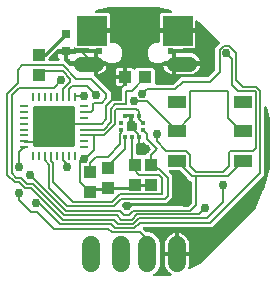
<source format=gbl>
G04 EAGLE Gerber RS-274X export*
G75*
%MOMM*%
%FSLAX34Y34*%
%LPD*%
%INBottom Copper*%
%IPPOS*%
%AMOC8*
5,1,8,0,0,1.08239X$1,22.5*%
G01*
%ADD10R,2.500000X2.500000*%
%ADD11C,1.308000*%
%ADD12R,1.000000X1.075000*%
%ADD13R,0.300000X0.450000*%
%ADD14R,0.450000X0.300000*%
%ADD15R,1.500000X1.000000*%
%ADD16C,1.524000*%
%ADD17R,0.800000X0.800000*%
%ADD18C,0.350000*%
%ADD19R,0.250000X0.800000*%
%ADD20R,0.800000X0.250000*%
%ADD21R,1.075000X1.000000*%
%ADD22C,0.152400*%
%ADD23C,0.756400*%
%ADD24C,0.203200*%
%ADD25C,0.254000*%

G36*
X107699Y229085D02*
X107699Y229085D01*
X107812Y229082D01*
X107841Y229090D01*
X107870Y229091D01*
X107978Y229126D01*
X108087Y229154D01*
X108113Y229169D01*
X108141Y229178D01*
X108205Y229224D01*
X108332Y229299D01*
X108375Y229345D01*
X108414Y229373D01*
X108912Y229871D01*
X114554Y229871D01*
X114612Y229879D01*
X114670Y229877D01*
X114752Y229899D01*
X114836Y229911D01*
X114889Y229934D01*
X114945Y229949D01*
X115018Y229992D01*
X115095Y230027D01*
X115140Y230065D01*
X115190Y230094D01*
X115248Y230156D01*
X115312Y230210D01*
X115344Y230259D01*
X115384Y230302D01*
X115423Y230377D01*
X115470Y230447D01*
X115487Y230503D01*
X115514Y230555D01*
X115525Y230623D01*
X115555Y230718D01*
X115558Y230818D01*
X115569Y230886D01*
X115569Y239068D01*
X116147Y239646D01*
X116165Y239670D01*
X116187Y239689D01*
X116250Y239783D01*
X116318Y239873D01*
X116328Y239901D01*
X116345Y239925D01*
X116379Y240033D01*
X116419Y240139D01*
X116422Y240168D01*
X116430Y240196D01*
X116433Y240310D01*
X116443Y240422D01*
X116437Y240451D01*
X116438Y240480D01*
X116409Y240590D01*
X116387Y240701D01*
X116373Y240727D01*
X116366Y240755D01*
X116308Y240853D01*
X116256Y240953D01*
X116236Y240975D01*
X116221Y241000D01*
X116138Y241077D01*
X116060Y241159D01*
X116035Y241174D01*
X116013Y241194D01*
X115912Y241246D01*
X115815Y241303D01*
X115786Y241310D01*
X115760Y241324D01*
X115683Y241337D01*
X115539Y241373D01*
X115477Y241371D01*
X115429Y241379D01*
X112791Y241379D01*
X112144Y241552D01*
X111565Y241887D01*
X111092Y242360D01*
X110757Y242939D01*
X110584Y243586D01*
X110584Y246889D01*
X116469Y246889D01*
X116469Y242316D01*
X116477Y242258D01*
X116475Y242200D01*
X116497Y242118D01*
X116509Y242034D01*
X116533Y241981D01*
X116547Y241925D01*
X116590Y241852D01*
X116625Y241775D01*
X116663Y241730D01*
X116693Y241680D01*
X116754Y241622D01*
X116809Y241558D01*
X116857Y241526D01*
X116900Y241486D01*
X116975Y241447D01*
X117045Y241400D01*
X117101Y241383D01*
X117153Y241356D01*
X117221Y241345D01*
X117316Y241315D01*
X117416Y241312D01*
X117484Y241301D01*
X119516Y241301D01*
X119574Y241309D01*
X119632Y241307D01*
X119714Y241329D01*
X119797Y241341D01*
X119851Y241364D01*
X119907Y241379D01*
X119980Y241422D01*
X120057Y241457D01*
X120101Y241495D01*
X120152Y241524D01*
X120209Y241586D01*
X120274Y241640D01*
X120306Y241689D01*
X120346Y241732D01*
X120385Y241807D01*
X120431Y241877D01*
X120449Y241933D01*
X120476Y241985D01*
X120487Y242053D01*
X120517Y242148D01*
X120520Y242248D01*
X120531Y242316D01*
X120531Y247904D01*
X120523Y247962D01*
X120524Y248020D01*
X120503Y248102D01*
X120491Y248185D01*
X120467Y248239D01*
X120453Y248295D01*
X120410Y248368D01*
X120375Y248445D01*
X120337Y248489D01*
X120307Y248540D01*
X120246Y248597D01*
X120191Y248662D01*
X120143Y248694D01*
X120100Y248734D01*
X120025Y248773D01*
X119955Y248819D01*
X119899Y248837D01*
X119847Y248864D01*
X119779Y248875D01*
X119684Y248905D01*
X119584Y248908D01*
X119516Y248919D01*
X118499Y248919D01*
X118499Y248921D01*
X119516Y248921D01*
X119574Y248929D01*
X119632Y248928D01*
X119714Y248949D01*
X119797Y248961D01*
X119851Y248985D01*
X119907Y248999D01*
X119980Y249042D01*
X120057Y249077D01*
X120101Y249115D01*
X120152Y249145D01*
X120209Y249206D01*
X120274Y249261D01*
X120306Y249309D01*
X120346Y249352D01*
X120385Y249427D01*
X120431Y249497D01*
X120449Y249553D01*
X120476Y249605D01*
X120487Y249673D01*
X120517Y249768D01*
X120520Y249868D01*
X120531Y249936D01*
X120531Y256461D01*
X124209Y256461D01*
X124856Y256288D01*
X125435Y255953D01*
X125923Y255465D01*
X125970Y255430D01*
X126010Y255388D01*
X126083Y255345D01*
X126150Y255294D01*
X126205Y255273D01*
X126255Y255244D01*
X126337Y255223D01*
X126416Y255193D01*
X126474Y255188D01*
X126531Y255174D01*
X126615Y255177D01*
X126699Y255170D01*
X126756Y255181D01*
X126815Y255183D01*
X126895Y255209D01*
X126978Y255225D01*
X127030Y255252D01*
X127085Y255270D01*
X127142Y255310D01*
X127230Y255356D01*
X127302Y255425D01*
X127359Y255465D01*
X128862Y256969D01*
X142138Y256969D01*
X143924Y255183D01*
X143924Y243586D01*
X143932Y243528D01*
X143930Y243470D01*
X143952Y243388D01*
X143964Y243304D01*
X143987Y243251D01*
X144002Y243195D01*
X144045Y243122D01*
X144080Y243045D01*
X144118Y243000D01*
X144147Y242950D01*
X144209Y242892D01*
X144263Y242828D01*
X144312Y242796D01*
X144355Y242756D01*
X144430Y242717D01*
X144500Y242670D01*
X144556Y242653D01*
X144608Y242626D01*
X144676Y242615D01*
X144771Y242585D01*
X144871Y242582D01*
X144939Y242571D01*
X159291Y242571D01*
X159378Y242583D01*
X159465Y242586D01*
X159518Y242603D01*
X159573Y242611D01*
X159652Y242646D01*
X159736Y242673D01*
X159775Y242701D01*
X159832Y242727D01*
X159945Y242823D01*
X160009Y242868D01*
X166062Y248921D01*
X188501Y248921D01*
X188588Y248933D01*
X188675Y248936D01*
X188728Y248953D01*
X188783Y248961D01*
X188862Y248996D01*
X188946Y249023D01*
X188985Y249051D01*
X189042Y249077D01*
X189155Y249173D01*
X189219Y249218D01*
X194548Y254547D01*
X194600Y254617D01*
X194660Y254681D01*
X194686Y254730D01*
X194719Y254774D01*
X194750Y254856D01*
X194790Y254934D01*
X194798Y254981D01*
X194820Y255040D01*
X194832Y255188D01*
X194845Y255265D01*
X194845Y273227D01*
X198934Y277316D01*
X198969Y277362D01*
X199012Y277403D01*
X199055Y277476D01*
X199105Y277543D01*
X199126Y277598D01*
X199156Y277648D01*
X199176Y277730D01*
X199206Y277809D01*
X199211Y277867D01*
X199226Y277924D01*
X199223Y278008D01*
X199230Y278092D01*
X199218Y278149D01*
X199217Y278208D01*
X199191Y278288D01*
X199174Y278371D01*
X199147Y278423D01*
X199129Y278478D01*
X199089Y278534D01*
X199043Y278623D01*
X198974Y278695D01*
X198934Y278751D01*
X182291Y295395D01*
X182284Y295400D01*
X182279Y295407D01*
X182235Y295437D01*
X182064Y295566D01*
X182028Y295579D01*
X182002Y295597D01*
X179485Y296771D01*
X179354Y296811D01*
X179224Y296852D01*
X179218Y296852D01*
X179213Y296854D01*
X179076Y296856D01*
X178940Y296859D01*
X178934Y296858D01*
X178929Y296858D01*
X178796Y296822D01*
X178665Y296787D01*
X178660Y296785D01*
X178655Y296783D01*
X178537Y296712D01*
X178420Y296642D01*
X178416Y296638D01*
X178412Y296635D01*
X178320Y296535D01*
X178226Y296435D01*
X178223Y296430D01*
X178219Y296426D01*
X178158Y296303D01*
X178096Y296182D01*
X178095Y296177D01*
X178093Y296171D01*
X178042Y295892D01*
X178044Y295869D01*
X178041Y295851D01*
X178041Y290271D01*
X174953Y290271D01*
X174928Y290268D01*
X174904Y290270D01*
X174788Y290248D01*
X174671Y290231D01*
X174649Y290221D01*
X174624Y290217D01*
X174519Y290163D01*
X174412Y290115D01*
X174393Y290099D01*
X174371Y290088D01*
X174285Y290008D01*
X174195Y289931D01*
X174181Y289911D01*
X174163Y289894D01*
X174103Y289793D01*
X174037Y289695D01*
X174030Y289671D01*
X174017Y289650D01*
X173999Y289575D01*
X173951Y289424D01*
X173950Y289367D01*
X173940Y289323D01*
X173853Y288022D01*
X173856Y287985D01*
X173851Y287955D01*
X173851Y287224D01*
X173859Y287166D01*
X173857Y287108D01*
X173879Y287026D01*
X173891Y286943D01*
X173914Y286889D01*
X173929Y286833D01*
X173972Y286760D01*
X174007Y286683D01*
X174045Y286638D01*
X174074Y286588D01*
X174136Y286530D01*
X174190Y286466D01*
X174239Y286434D01*
X174282Y286394D01*
X174357Y286355D01*
X174427Y286309D01*
X174483Y286291D01*
X174535Y286264D01*
X174603Y286253D01*
X174698Y286223D01*
X174798Y286220D01*
X174866Y286209D01*
X178041Y286209D01*
X178041Y275406D01*
X177868Y274759D01*
X177533Y274180D01*
X177060Y273707D01*
X176481Y273372D01*
X175834Y273199D01*
X167518Y273199D01*
X167422Y273186D01*
X167325Y273181D01*
X167287Y273167D01*
X167236Y273159D01*
X167079Y273089D01*
X167010Y273063D01*
X166640Y272849D01*
X159361Y272849D01*
X158990Y273063D01*
X158900Y273100D01*
X158813Y273144D01*
X158774Y273150D01*
X158726Y273170D01*
X158555Y273187D01*
X158482Y273199D01*
X155667Y273199D01*
X155553Y273183D01*
X155439Y273173D01*
X155413Y273163D01*
X155386Y273159D01*
X155281Y273112D01*
X155174Y273071D01*
X155152Y273055D01*
X155126Y273043D01*
X155039Y272969D01*
X154947Y272900D01*
X154930Y272877D01*
X154909Y272860D01*
X154846Y272764D01*
X154777Y272672D01*
X154767Y272646D01*
X154752Y272623D01*
X154717Y272513D01*
X154676Y272406D01*
X154674Y272378D01*
X154666Y272352D01*
X154663Y272237D01*
X154654Y272123D01*
X154659Y272098D01*
X154659Y272068D01*
X154726Y271811D01*
X154729Y271795D01*
X155081Y270947D01*
X155081Y269551D01*
X155097Y269437D01*
X155107Y269323D01*
X155117Y269297D01*
X155121Y269269D01*
X155167Y269165D01*
X155209Y269057D01*
X155225Y269035D01*
X155237Y269010D01*
X155311Y268922D01*
X155380Y268831D01*
X155403Y268814D01*
X155420Y268793D01*
X155516Y268729D01*
X155608Y268660D01*
X155634Y268651D01*
X155657Y268635D01*
X155767Y268601D01*
X155874Y268560D01*
X155902Y268558D01*
X155928Y268549D01*
X156043Y268547D01*
X156157Y268537D01*
X156182Y268543D01*
X156212Y268542D01*
X156469Y268609D01*
X156485Y268613D01*
X157351Y268972D01*
X158001Y269101D01*
X158001Y262239D01*
X152055Y262239D01*
X151968Y262227D01*
X151881Y262224D01*
X151828Y262207D01*
X151773Y262199D01*
X151693Y262164D01*
X151610Y262137D01*
X151571Y262109D01*
X151514Y262083D01*
X151401Y261987D01*
X151383Y261975D01*
X148207Y260659D01*
X144793Y260659D01*
X141639Y261966D01*
X139226Y264379D01*
X137919Y267533D01*
X137919Y270947D01*
X139226Y274101D01*
X141639Y276514D01*
X144793Y277821D01*
X146944Y277821D01*
X147002Y277829D01*
X147060Y277827D01*
X147142Y277849D01*
X147226Y277861D01*
X147279Y277884D01*
X147335Y277899D01*
X147408Y277942D01*
X147485Y277977D01*
X147530Y278015D01*
X147580Y278044D01*
X147638Y278106D01*
X147702Y278160D01*
X147734Y278209D01*
X147774Y278252D01*
X147813Y278327D01*
X147860Y278397D01*
X147877Y278453D01*
X147904Y278505D01*
X147915Y278573D01*
X147945Y278668D01*
X147948Y278768D01*
X147959Y278836D01*
X147959Y286209D01*
X151134Y286209D01*
X151192Y286217D01*
X151250Y286215D01*
X151332Y286237D01*
X151416Y286249D01*
X151469Y286273D01*
X151525Y286287D01*
X151598Y286330D01*
X151675Y286365D01*
X151720Y286403D01*
X151770Y286433D01*
X151828Y286494D01*
X151892Y286549D01*
X151924Y286597D01*
X151964Y286640D01*
X152003Y286715D01*
X152050Y286785D01*
X152067Y286841D01*
X152094Y286893D01*
X152105Y286961D01*
X152135Y287056D01*
X152138Y287156D01*
X152149Y287224D01*
X152149Y287955D01*
X152144Y287992D01*
X152147Y288022D01*
X152060Y289323D01*
X152055Y289348D01*
X152056Y289372D01*
X152026Y289486D01*
X152002Y289602D01*
X151990Y289624D01*
X151984Y289647D01*
X151924Y289749D01*
X151869Y289853D01*
X151851Y289871D01*
X151839Y289892D01*
X151753Y289973D01*
X151671Y290057D01*
X151649Y290069D01*
X151631Y290086D01*
X151526Y290140D01*
X151424Y290199D01*
X151400Y290204D01*
X151378Y290216D01*
X151302Y290228D01*
X151148Y290266D01*
X151091Y290264D01*
X151047Y290271D01*
X147959Y290271D01*
X147959Y301074D01*
X148132Y301721D01*
X148467Y302300D01*
X148940Y302773D01*
X149519Y303108D01*
X150166Y303281D01*
X157604Y303281D01*
X157613Y303282D01*
X157623Y303281D01*
X157754Y303302D01*
X157885Y303321D01*
X157894Y303325D01*
X157904Y303326D01*
X158024Y303383D01*
X158145Y303437D01*
X158152Y303443D01*
X158161Y303447D01*
X158261Y303535D01*
X158362Y303620D01*
X158367Y303629D01*
X158374Y303635D01*
X158446Y303747D01*
X158519Y303857D01*
X158522Y303866D01*
X158527Y303875D01*
X158565Y304002D01*
X158605Y304128D01*
X158605Y304138D01*
X158608Y304147D01*
X158609Y304280D01*
X158612Y304412D01*
X158610Y304422D01*
X158610Y304432D01*
X158574Y304560D01*
X158540Y304687D01*
X158535Y304696D01*
X158533Y304705D01*
X158463Y304818D01*
X158395Y304932D01*
X158388Y304939D01*
X158383Y304947D01*
X158285Y305035D01*
X158188Y305126D01*
X158179Y305131D01*
X158172Y305137D01*
X158121Y305161D01*
X157935Y305256D01*
X157899Y305262D01*
X157866Y305277D01*
X146506Y308321D01*
X146299Y308346D01*
X146243Y308355D01*
X105217Y308355D01*
X105011Y308326D01*
X104954Y308321D01*
X93593Y305277D01*
X93584Y305273D01*
X93575Y305271D01*
X93454Y305217D01*
X93332Y305165D01*
X93324Y305159D01*
X93315Y305155D01*
X93214Y305069D01*
X93111Y304986D01*
X93106Y304978D01*
X93098Y304971D01*
X93025Y304861D01*
X92949Y304752D01*
X92946Y304743D01*
X92941Y304735D01*
X92900Y304608D01*
X92858Y304483D01*
X92858Y304473D01*
X92855Y304464D01*
X92852Y304331D01*
X92846Y304199D01*
X92848Y304189D01*
X92848Y304180D01*
X92881Y304052D01*
X92912Y303923D01*
X92917Y303914D01*
X92920Y303905D01*
X92987Y303791D01*
X93053Y303675D01*
X93060Y303669D01*
X93065Y303660D01*
X93162Y303569D01*
X93256Y303477D01*
X93265Y303472D01*
X93272Y303466D01*
X93390Y303405D01*
X93507Y303343D01*
X93517Y303341D01*
X93525Y303336D01*
X93581Y303327D01*
X93785Y303283D01*
X93821Y303287D01*
X93856Y303281D01*
X103834Y303281D01*
X104481Y303108D01*
X105060Y302773D01*
X105533Y302300D01*
X105868Y301721D01*
X106041Y301074D01*
X106041Y290271D01*
X102866Y290271D01*
X102808Y290263D01*
X102750Y290265D01*
X102668Y290243D01*
X102584Y290231D01*
X102531Y290207D01*
X102475Y290193D01*
X102402Y290150D01*
X102325Y290115D01*
X102280Y290077D01*
X102230Y290047D01*
X102172Y289986D01*
X102108Y289931D01*
X102076Y289883D01*
X102036Y289840D01*
X101997Y289765D01*
X101950Y289695D01*
X101933Y289639D01*
X101906Y289587D01*
X101895Y289519D01*
X101865Y289424D01*
X101862Y289324D01*
X101851Y289256D01*
X101851Y289159D01*
X101861Y289087D01*
X101859Y289033D01*
X101958Y288234D01*
X101887Y287975D01*
X101858Y287750D01*
X101851Y287706D01*
X101851Y287224D01*
X101859Y287166D01*
X101857Y287108D01*
X101879Y287026D01*
X101891Y286943D01*
X101914Y286889D01*
X101929Y286833D01*
X101972Y286760D01*
X102007Y286683D01*
X102045Y286638D01*
X102074Y286588D01*
X102136Y286530D01*
X102190Y286466D01*
X102239Y286434D01*
X102282Y286394D01*
X102357Y286355D01*
X102427Y286309D01*
X102483Y286291D01*
X102535Y286264D01*
X102603Y286253D01*
X102698Y286223D01*
X102798Y286220D01*
X102866Y286209D01*
X106041Y286209D01*
X106041Y278836D01*
X106049Y278778D01*
X106047Y278720D01*
X106069Y278638D01*
X106081Y278554D01*
X106104Y278501D01*
X106119Y278445D01*
X106162Y278372D01*
X106197Y278295D01*
X106235Y278250D01*
X106264Y278200D01*
X106326Y278142D01*
X106380Y278078D01*
X106429Y278046D01*
X106472Y278006D01*
X106547Y277967D01*
X106617Y277920D01*
X106673Y277903D01*
X106725Y277876D01*
X106793Y277865D01*
X106888Y277835D01*
X106988Y277832D01*
X107056Y277821D01*
X109207Y277821D01*
X112361Y276514D01*
X114774Y274101D01*
X116081Y270947D01*
X116081Y267533D01*
X114774Y264379D01*
X112361Y261966D01*
X109207Y260659D01*
X105793Y260659D01*
X102622Y261973D01*
X102593Y261994D01*
X102529Y262054D01*
X102480Y262080D01*
X102436Y262113D01*
X102354Y262144D01*
X102276Y262184D01*
X102229Y262192D01*
X102170Y262214D01*
X102023Y262226D01*
X101945Y262239D01*
X95999Y262239D01*
X95999Y269101D01*
X96649Y268972D01*
X97515Y268613D01*
X97627Y268584D01*
X97736Y268549D01*
X97764Y268549D01*
X97791Y268542D01*
X97905Y268545D01*
X98020Y268542D01*
X98047Y268549D01*
X98075Y268550D01*
X98184Y268585D01*
X98295Y268614D01*
X98319Y268628D01*
X98346Y268637D01*
X98441Y268701D01*
X98540Y268759D01*
X98559Y268779D01*
X98582Y268795D01*
X98656Y268883D01*
X98734Y268967D01*
X98747Y268991D01*
X98765Y269012D01*
X98812Y269118D01*
X98864Y269220D01*
X98868Y269244D01*
X98880Y269272D01*
X98917Y269536D01*
X98919Y269551D01*
X98919Y270947D01*
X99271Y271795D01*
X99299Y271907D01*
X99334Y272016D01*
X99335Y272044D01*
X99342Y272071D01*
X99338Y272185D01*
X99341Y272300D01*
X99334Y272327D01*
X99334Y272355D01*
X99299Y272464D01*
X99270Y272575D01*
X99255Y272599D01*
X99247Y272626D01*
X99183Y272721D01*
X99124Y272820D01*
X99104Y272839D01*
X99089Y272862D01*
X99001Y272936D01*
X98917Y273014D01*
X98892Y273027D01*
X98871Y273045D01*
X98766Y273091D01*
X98664Y273144D01*
X98639Y273148D01*
X98611Y273160D01*
X98348Y273197D01*
X98333Y273199D01*
X94709Y273199D01*
X94675Y273194D01*
X94641Y273197D01*
X94565Y273179D01*
X94428Y273159D01*
X94365Y273131D01*
X94315Y273119D01*
X92973Y272553D01*
X91126Y272784D01*
X90944Y272781D01*
X90874Y272784D01*
X89027Y272553D01*
X87685Y273119D01*
X87652Y273128D01*
X87622Y273144D01*
X87544Y273157D01*
X87411Y273192D01*
X87342Y273191D01*
X87291Y273199D01*
X78166Y273199D01*
X77519Y273372D01*
X76940Y273707D01*
X76854Y273793D01*
X76831Y273811D01*
X76811Y273833D01*
X76717Y273896D01*
X76627Y273964D01*
X76599Y273974D01*
X76575Y273991D01*
X76467Y274025D01*
X76361Y274065D01*
X76332Y274068D01*
X76304Y274076D01*
X76191Y274079D01*
X76078Y274089D01*
X76049Y274083D01*
X76020Y274084D01*
X75910Y274055D01*
X75799Y274033D01*
X75773Y274019D01*
X75745Y274012D01*
X75647Y273954D01*
X75547Y273902D01*
X75525Y273882D01*
X75500Y273867D01*
X75423Y273784D01*
X75341Y273706D01*
X75326Y273681D01*
X75306Y273659D01*
X75254Y273558D01*
X75197Y273461D01*
X75190Y273432D01*
X75176Y273406D01*
X75163Y273329D01*
X75127Y273185D01*
X75129Y273123D01*
X75121Y273075D01*
X75121Y272629D01*
X69564Y272629D01*
X69506Y272621D01*
X69448Y272623D01*
X69366Y272601D01*
X69283Y272589D01*
X69229Y272566D01*
X69173Y272551D01*
X69100Y272508D01*
X69023Y272473D01*
X68979Y272435D01*
X68928Y272406D01*
X68871Y272344D01*
X68806Y272290D01*
X68774Y272241D01*
X68734Y272198D01*
X68695Y272123D01*
X68649Y272053D01*
X68631Y271997D01*
X68604Y271945D01*
X68593Y271877D01*
X68580Y271835D01*
X68571Y271896D01*
X68547Y271949D01*
X68533Y272005D01*
X68489Y272078D01*
X68455Y272155D01*
X68417Y272200D01*
X68387Y272250D01*
X68326Y272308D01*
X68271Y272372D01*
X68223Y272404D01*
X68180Y272444D01*
X68105Y272483D01*
X68035Y272530D01*
X67979Y272547D01*
X67927Y272574D01*
X67859Y272585D01*
X67764Y272615D01*
X67664Y272618D01*
X67596Y272629D01*
X62107Y272629D01*
X62021Y272617D01*
X61933Y272614D01*
X61881Y272597D01*
X61826Y272589D01*
X61746Y272554D01*
X61663Y272527D01*
X61624Y272499D01*
X61567Y272473D01*
X61453Y272377D01*
X61390Y272332D01*
X54066Y265008D01*
X54014Y264939D01*
X53954Y264875D01*
X53928Y264825D01*
X53895Y264781D01*
X53864Y264700D01*
X53824Y264622D01*
X53816Y264574D01*
X53794Y264516D01*
X53782Y264368D01*
X53769Y264291D01*
X53769Y263906D01*
X53777Y263848D01*
X53775Y263790D01*
X53797Y263708D01*
X53809Y263624D01*
X53832Y263571D01*
X53847Y263515D01*
X53890Y263442D01*
X53925Y263365D01*
X53963Y263320D01*
X53992Y263270D01*
X54054Y263212D01*
X54108Y263148D01*
X54157Y263116D01*
X54200Y263076D01*
X54275Y263037D01*
X54345Y262990D01*
X54401Y262973D01*
X54453Y262946D01*
X54521Y262935D01*
X54616Y262905D01*
X54716Y262902D01*
X54784Y262891D01*
X62275Y262891D01*
X62304Y262895D01*
X62333Y262892D01*
X62445Y262915D01*
X62557Y262931D01*
X62583Y262943D01*
X62612Y262948D01*
X62713Y263001D01*
X62816Y263047D01*
X62838Y263066D01*
X62864Y263079D01*
X62947Y263157D01*
X63033Y263230D01*
X63049Y263255D01*
X63071Y263275D01*
X63128Y263373D01*
X63191Y263467D01*
X63199Y263495D01*
X63214Y263520D01*
X63242Y263630D01*
X63276Y263738D01*
X63277Y263768D01*
X63284Y263796D01*
X63281Y263909D01*
X63284Y264022D01*
X63276Y264051D01*
X63275Y264080D01*
X63240Y264188D01*
X63212Y264297D01*
X63197Y264323D01*
X63188Y264351D01*
X63142Y264415D01*
X63067Y264542D01*
X63021Y264585D01*
X62993Y264624D01*
X62547Y265070D01*
X62212Y265649D01*
X62039Y266296D01*
X62039Y268631D01*
X66581Y268631D01*
X66581Y263906D01*
X66589Y263848D01*
X66587Y263790D01*
X66609Y263708D01*
X66621Y263624D01*
X66644Y263571D01*
X66659Y263515D01*
X66702Y263442D01*
X66737Y263365D01*
X66775Y263320D01*
X66804Y263270D01*
X66866Y263212D01*
X66920Y263148D01*
X66969Y263116D01*
X67012Y263076D01*
X67087Y263037D01*
X67157Y262990D01*
X67213Y262973D01*
X67265Y262946D01*
X67333Y262935D01*
X67428Y262905D01*
X67528Y262902D01*
X67596Y262891D01*
X67618Y262891D01*
X71971Y258538D01*
X72041Y258486D01*
X72105Y258426D01*
X72154Y258400D01*
X72198Y258367D01*
X72280Y258336D01*
X72358Y258296D01*
X72406Y258288D01*
X72464Y258266D01*
X72612Y258254D01*
X72689Y258241D01*
X92001Y258241D01*
X92001Y251629D01*
X92013Y251542D01*
X92016Y251455D01*
X92033Y251402D01*
X92041Y251348D01*
X92076Y251268D01*
X92103Y251184D01*
X92131Y251145D01*
X92157Y251088D01*
X92253Y250975D01*
X92298Y250911D01*
X106681Y236528D01*
X106681Y230091D01*
X106685Y230062D01*
X106682Y230033D01*
X106705Y229922D01*
X106721Y229809D01*
X106733Y229783D01*
X106738Y229754D01*
X106791Y229653D01*
X106837Y229550D01*
X106856Y229528D01*
X106869Y229502D01*
X106947Y229419D01*
X107020Y229333D01*
X107045Y229317D01*
X107065Y229295D01*
X107163Y229238D01*
X107257Y229175D01*
X107285Y229167D01*
X107310Y229152D01*
X107420Y229124D01*
X107528Y229090D01*
X107558Y229089D01*
X107586Y229082D01*
X107699Y229085D01*
G37*
G36*
X155929Y80294D02*
X155929Y80294D01*
X155985Y80299D01*
X157401Y80679D01*
X157453Y80701D01*
X157507Y80713D01*
X157583Y80756D01*
X157663Y80790D01*
X157706Y80825D01*
X157755Y80853D01*
X157816Y80915D01*
X157883Y80969D01*
X157915Y81015D01*
X157954Y81055D01*
X157996Y81132D01*
X158045Y81203D01*
X158063Y81256D01*
X158090Y81305D01*
X158109Y81390D01*
X158136Y81472D01*
X158139Y81528D01*
X158151Y81583D01*
X158145Y81670D01*
X158149Y81756D01*
X158136Y81811D01*
X158132Y81867D01*
X158103Y81948D01*
X158083Y82033D01*
X158055Y82081D01*
X158036Y82134D01*
X157985Y82204D01*
X157942Y82280D01*
X157902Y82319D01*
X157869Y82364D01*
X157813Y82406D01*
X157738Y82478D01*
X157653Y82524D01*
X157599Y82564D01*
X157235Y82750D01*
X155941Y83690D01*
X154810Y84821D01*
X153870Y86115D01*
X153144Y87540D01*
X152649Y89061D01*
X152399Y90640D01*
X152399Y97029D01*
X161544Y97029D01*
X161602Y97037D01*
X161660Y97035D01*
X161742Y97057D01*
X161825Y97069D01*
X161879Y97093D01*
X161935Y97107D01*
X162008Y97150D01*
X162085Y97185D01*
X162129Y97223D01*
X162180Y97253D01*
X162237Y97314D01*
X162302Y97369D01*
X162334Y97417D01*
X162374Y97460D01*
X162413Y97535D01*
X162459Y97605D01*
X162477Y97661D01*
X162504Y97713D01*
X162515Y97781D01*
X162545Y97876D01*
X162548Y97976D01*
X162559Y98044D01*
X162559Y99061D01*
X162561Y99061D01*
X162561Y98044D01*
X162569Y97986D01*
X162568Y97928D01*
X162589Y97846D01*
X162601Y97763D01*
X162625Y97709D01*
X162639Y97653D01*
X162682Y97580D01*
X162717Y97503D01*
X162755Y97458D01*
X162785Y97408D01*
X162846Y97350D01*
X162901Y97286D01*
X162949Y97254D01*
X162992Y97214D01*
X163067Y97175D01*
X163137Y97129D01*
X163193Y97111D01*
X163245Y97084D01*
X163313Y97073D01*
X163408Y97043D01*
X163508Y97040D01*
X163576Y97029D01*
X172721Y97029D01*
X172721Y90640D01*
X172471Y89061D01*
X172035Y87719D01*
X172033Y87708D01*
X172028Y87698D01*
X172008Y87568D01*
X171986Y87439D01*
X171987Y87428D01*
X171985Y87416D01*
X172002Y87287D01*
X172016Y87157D01*
X172020Y87146D01*
X172022Y87135D01*
X172074Y87014D01*
X172124Y86894D01*
X172131Y86885D01*
X172135Y86874D01*
X172219Y86773D01*
X172300Y86671D01*
X172309Y86664D01*
X172317Y86655D01*
X172424Y86582D01*
X172531Y86505D01*
X172542Y86501D01*
X172552Y86495D01*
X172676Y86454D01*
X172799Y86410D01*
X172811Y86410D01*
X172822Y86406D01*
X172953Y86401D01*
X173083Y86394D01*
X173094Y86396D01*
X173106Y86396D01*
X173165Y86412D01*
X173360Y86456D01*
X173397Y86477D01*
X173429Y86485D01*
X182002Y90483D01*
X182010Y90488D01*
X182018Y90491D01*
X182061Y90521D01*
X182136Y90570D01*
X182143Y90573D01*
X182151Y90580D01*
X182241Y90638D01*
X182266Y90667D01*
X182291Y90685D01*
X228085Y136479D01*
X228090Y136486D01*
X228097Y136491D01*
X228127Y136535D01*
X228256Y136706D01*
X228269Y136742D01*
X228287Y136768D01*
X235802Y152883D01*
X235832Y152984D01*
X235862Y153049D01*
X241011Y172264D01*
X241036Y172471D01*
X241045Y172527D01*
X241045Y213553D01*
X241016Y213759D01*
X241011Y213816D01*
X238471Y223296D01*
X238467Y223305D01*
X238465Y223314D01*
X238411Y223435D01*
X238359Y223557D01*
X238353Y223565D01*
X238349Y223574D01*
X238263Y223675D01*
X238180Y223778D01*
X238172Y223783D01*
X238165Y223791D01*
X238055Y223864D01*
X237946Y223940D01*
X237937Y223943D01*
X237929Y223948D01*
X237802Y223989D01*
X237677Y224031D01*
X237667Y224031D01*
X237658Y224034D01*
X237525Y224037D01*
X237393Y224043D01*
X237383Y224041D01*
X237374Y224041D01*
X237246Y224008D01*
X237117Y223977D01*
X237108Y223972D01*
X237099Y223970D01*
X236985Y223902D01*
X236869Y223836D01*
X236863Y223829D01*
X236854Y223824D01*
X236763Y223727D01*
X236671Y223633D01*
X236666Y223624D01*
X236660Y223617D01*
X236599Y223499D01*
X236537Y223382D01*
X236535Y223373D01*
X236530Y223364D01*
X236521Y223308D01*
X236477Y223104D01*
X236481Y223068D01*
X236475Y223033D01*
X236475Y166316D01*
X192078Y121919D01*
X134841Y121919D01*
X134812Y121915D01*
X134783Y121918D01*
X134672Y121895D01*
X134559Y121879D01*
X134533Y121867D01*
X134504Y121862D01*
X134403Y121809D01*
X134300Y121763D01*
X134278Y121744D01*
X134252Y121731D01*
X134169Y121653D01*
X134083Y121580D01*
X134067Y121555D01*
X134045Y121535D01*
X133988Y121437D01*
X133925Y121343D01*
X133917Y121315D01*
X133902Y121290D01*
X133874Y121180D01*
X133840Y121072D01*
X133839Y121042D01*
X133832Y121014D01*
X133835Y120901D01*
X133832Y120788D01*
X133840Y120759D01*
X133841Y120730D01*
X133876Y120622D01*
X133904Y120513D01*
X133919Y120487D01*
X133928Y120459D01*
X133974Y120395D01*
X134049Y120268D01*
X134076Y120243D01*
X134079Y120239D01*
X134099Y120220D01*
X134123Y120186D01*
X135553Y118756D01*
X136663Y117646D01*
X136733Y117594D01*
X136797Y117534D01*
X136846Y117508D01*
X136890Y117475D01*
X136972Y117444D01*
X137050Y117404D01*
X137097Y117396D01*
X137156Y117374D01*
X137304Y117362D01*
X137381Y117349D01*
X139282Y117349D01*
X143203Y115724D01*
X146204Y112723D01*
X147829Y108802D01*
X147829Y89318D01*
X146204Y85397D01*
X143203Y82396D01*
X142775Y82218D01*
X142701Y82174D01*
X142622Y82139D01*
X142579Y82102D01*
X142530Y82074D01*
X142471Y82011D01*
X142405Y81956D01*
X142374Y81908D01*
X142335Y81867D01*
X142295Y81790D01*
X142248Y81719D01*
X142231Y81665D01*
X142205Y81614D01*
X142188Y81530D01*
X142162Y81448D01*
X142161Y81391D01*
X142150Y81335D01*
X142157Y81250D01*
X142155Y81164D01*
X142169Y81109D01*
X142174Y81052D01*
X142205Y80972D01*
X142227Y80889D01*
X142256Y80840D01*
X142276Y80787D01*
X142328Y80718D01*
X142372Y80644D01*
X142413Y80605D01*
X142448Y80560D01*
X142516Y80508D01*
X142579Y80450D01*
X142630Y80424D01*
X142675Y80390D01*
X142756Y80359D01*
X142832Y80320D01*
X142881Y80312D01*
X142941Y80289D01*
X143086Y80278D01*
X143163Y80265D01*
X155723Y80265D01*
X155929Y80294D01*
G37*
G36*
X120131Y135998D02*
X120131Y135998D01*
X120189Y136000D01*
X120269Y136026D01*
X120352Y136042D01*
X120404Y136069D01*
X120460Y136087D01*
X120516Y136127D01*
X120604Y136173D01*
X120677Y136242D01*
X120733Y136282D01*
X124152Y139701D01*
X171991Y139701D01*
X172078Y139713D01*
X172165Y139716D01*
X172218Y139733D01*
X172273Y139741D01*
X172352Y139776D01*
X172436Y139803D01*
X172475Y139831D01*
X172532Y139857D01*
X172645Y139953D01*
X172709Y139998D01*
X174962Y142251D01*
X175014Y142321D01*
X175074Y142385D01*
X175100Y142434D01*
X175133Y142478D01*
X175164Y142560D01*
X175204Y142638D01*
X175212Y142685D01*
X175234Y142744D01*
X175246Y142892D01*
X175259Y142969D01*
X175259Y158932D01*
X175247Y159018D01*
X175244Y159106D01*
X175227Y159158D01*
X175219Y159213D01*
X175184Y159293D01*
X175157Y159376D01*
X175129Y159416D01*
X175103Y159473D01*
X175007Y159586D01*
X175005Y159589D01*
X175005Y160020D01*
X174997Y160078D01*
X174999Y160136D01*
X174977Y160218D01*
X174965Y160302D01*
X174942Y160355D01*
X174927Y160411D01*
X174884Y160484D01*
X174849Y160561D01*
X174811Y160606D01*
X174782Y160656D01*
X174720Y160714D01*
X174666Y160778D01*
X174617Y160810D01*
X174574Y160850D01*
X174499Y160889D01*
X174429Y160936D01*
X174373Y160953D01*
X174321Y160980D01*
X174253Y160991D01*
X174158Y161021D01*
X174058Y161024D01*
X173990Y161035D01*
X173916Y161035D01*
X171238Y163714D01*
X165098Y169854D01*
X165028Y169906D01*
X164964Y169966D01*
X164915Y169992D01*
X164871Y170025D01*
X164789Y170056D01*
X164711Y170096D01*
X164663Y170104D01*
X164605Y170126D01*
X164457Y170138D01*
X164380Y170151D01*
X156459Y170151D01*
X156430Y170147D01*
X156401Y170150D01*
X156290Y170127D01*
X156177Y170111D01*
X156151Y170099D01*
X156122Y170094D01*
X156021Y170041D01*
X155918Y169995D01*
X155896Y169976D01*
X155870Y169963D01*
X155787Y169885D01*
X155701Y169812D01*
X155685Y169787D01*
X155663Y169767D01*
X155606Y169669D01*
X155543Y169575D01*
X155535Y169547D01*
X155520Y169522D01*
X155492Y169412D01*
X155458Y169304D01*
X155457Y169274D01*
X155450Y169246D01*
X155453Y169133D01*
X155450Y169020D01*
X155458Y168991D01*
X155459Y168962D01*
X155494Y168854D01*
X155522Y168745D01*
X155537Y168719D01*
X155546Y168691D01*
X155592Y168628D01*
X155667Y168500D01*
X155713Y168457D01*
X155741Y168418D01*
X158751Y165408D01*
X158751Y147012D01*
X156221Y144482D01*
X153978Y142239D01*
X117569Y142239D01*
X117482Y142227D01*
X117395Y142224D01*
X117342Y142207D01*
X117287Y142199D01*
X117208Y142164D01*
X117124Y142137D01*
X117085Y142109D01*
X117028Y142083D01*
X116915Y141987D01*
X116851Y141942D01*
X115962Y141053D01*
X115927Y141006D01*
X115885Y140966D01*
X115842Y140893D01*
X115791Y140826D01*
X115770Y140771D01*
X115741Y140721D01*
X115720Y140639D01*
X115690Y140560D01*
X115685Y140502D01*
X115671Y140445D01*
X115673Y140361D01*
X115666Y140277D01*
X115678Y140219D01*
X115680Y140161D01*
X115706Y140081D01*
X115722Y139998D01*
X115749Y139946D01*
X115767Y139890D01*
X115807Y139834D01*
X115853Y139746D01*
X115922Y139673D01*
X115962Y139617D01*
X119297Y136282D01*
X119344Y136247D01*
X119384Y136205D01*
X119457Y136162D01*
X119524Y136111D01*
X119579Y136090D01*
X119629Y136061D01*
X119711Y136040D01*
X119790Y136010D01*
X119848Y136005D01*
X119905Y135991D01*
X119989Y135993D01*
X120073Y135986D01*
X120131Y135998D01*
G37*
%LPC*%
G36*
X72059Y262239D02*
X72059Y262239D01*
X72186Y262876D01*
X72187Y262891D01*
X72191Y262906D01*
X72194Y263033D01*
X72202Y263160D01*
X72198Y263175D01*
X72199Y263190D01*
X72167Y263313D01*
X72138Y263437D01*
X72131Y263451D01*
X72127Y263465D01*
X72062Y263574D01*
X72000Y263686D01*
X71989Y263696D01*
X71981Y263710D01*
X71889Y263797D01*
X71799Y263886D01*
X71785Y263894D01*
X71774Y263904D01*
X71661Y263962D01*
X71550Y264023D01*
X71535Y264027D01*
X71521Y264034D01*
X71453Y264045D01*
X71273Y264086D01*
X71226Y264083D01*
X71190Y264089D01*
X70579Y264089D01*
X70579Y268631D01*
X75289Y268631D01*
X75326Y268587D01*
X75367Y268523D01*
X75404Y268490D01*
X75422Y268467D01*
X75437Y268456D01*
X75460Y268428D01*
X75524Y268386D01*
X75581Y268336D01*
X75625Y268315D01*
X75650Y268297D01*
X75668Y268290D01*
X75697Y268270D01*
X75769Y268247D01*
X75838Y268215D01*
X75885Y268208D01*
X75916Y268196D01*
X75936Y268195D01*
X75968Y268184D01*
X76044Y268183D01*
X76119Y268171D01*
X76164Y268176D01*
X76199Y268174D01*
X76219Y268178D01*
X76252Y268177D01*
X76326Y268196D01*
X76401Y268206D01*
X76453Y268230D01*
X76527Y268249D01*
X76530Y268250D01*
X78271Y268972D01*
X80026Y269321D01*
X92001Y269321D01*
X92001Y262239D01*
X72059Y262239D01*
G37*
%LPD*%
%LPC*%
G36*
X161999Y262239D02*
X161999Y262239D01*
X161999Y269321D01*
X173974Y269321D01*
X175729Y268972D01*
X177381Y268287D01*
X178869Y267293D01*
X180133Y266029D01*
X181127Y264541D01*
X181812Y262889D01*
X181941Y262239D01*
X161999Y262239D01*
G37*
%LPD*%
%LPC*%
G36*
X161999Y251159D02*
X161999Y251159D01*
X161999Y258241D01*
X181941Y258241D01*
X181812Y257591D01*
X181127Y255939D01*
X180133Y254451D01*
X178869Y253187D01*
X177381Y252193D01*
X175729Y251508D01*
X173974Y251159D01*
X161999Y251159D01*
G37*
%LPD*%
G36*
X134101Y183005D02*
X134101Y183005D01*
X134159Y183007D01*
X134239Y183033D01*
X134322Y183050D01*
X134374Y183077D01*
X134430Y183095D01*
X134486Y183135D01*
X134574Y183181D01*
X134647Y183249D01*
X134703Y183289D01*
X134707Y183294D01*
X136144Y183294D01*
X136202Y183302D01*
X136260Y183300D01*
X136342Y183322D01*
X136426Y183334D01*
X136479Y183357D01*
X136535Y183372D01*
X136608Y183415D01*
X136685Y183450D01*
X136730Y183488D01*
X136780Y183517D01*
X136838Y183579D01*
X136902Y183633D01*
X136934Y183682D01*
X136974Y183725D01*
X137013Y183800D01*
X137060Y183870D01*
X137077Y183926D01*
X137104Y183978D01*
X137115Y184046D01*
X137145Y184141D01*
X137148Y184241D01*
X137159Y184309D01*
X137159Y184458D01*
X139943Y187242D01*
X139978Y187289D01*
X140020Y187329D01*
X140063Y187402D01*
X140114Y187469D01*
X140135Y187524D01*
X140164Y187574D01*
X140185Y187656D01*
X140215Y187735D01*
X140220Y187793D01*
X140234Y187850D01*
X140232Y187934D01*
X140239Y188018D01*
X140227Y188076D01*
X140225Y188134D01*
X140199Y188214D01*
X140183Y188297D01*
X140156Y188349D01*
X140138Y188405D01*
X140098Y188461D01*
X140052Y188549D01*
X139983Y188622D01*
X139943Y188678D01*
X135025Y193596D01*
X134978Y193631D01*
X134938Y193674D01*
X134865Y193716D01*
X134798Y193767D01*
X134743Y193788D01*
X134692Y193817D01*
X134611Y193838D01*
X134532Y193868D01*
X134474Y193873D01*
X134417Y193887D01*
X134333Y193885D01*
X134249Y193892D01*
X134191Y193880D01*
X134133Y193878D01*
X134053Y193852D01*
X133970Y193836D01*
X133918Y193809D01*
X133862Y193791D01*
X133806Y193751D01*
X133718Y193705D01*
X133645Y193636D01*
X133589Y193596D01*
X133520Y193527D01*
X132941Y193192D01*
X132294Y193019D01*
X131475Y193019D01*
X131475Y197810D01*
X131467Y197868D01*
X131469Y197926D01*
X131447Y198008D01*
X131436Y198091D01*
X131412Y198145D01*
X131397Y198201D01*
X131354Y198274D01*
X131319Y198351D01*
X131282Y198395D01*
X131252Y198445D01*
X131190Y198503D01*
X131136Y198568D01*
X131087Y198600D01*
X131044Y198640D01*
X130969Y198678D01*
X130899Y198725D01*
X130843Y198743D01*
X130791Y198769D01*
X130723Y198781D01*
X130628Y198811D01*
X130528Y198814D01*
X130460Y198825D01*
X130402Y198817D01*
X130344Y198818D01*
X130343Y198818D01*
X130262Y198797D01*
X130178Y198785D01*
X130125Y198761D01*
X130068Y198746D01*
X129996Y198703D01*
X129919Y198669D01*
X129874Y198631D01*
X129824Y198601D01*
X129766Y198540D01*
X129702Y198485D01*
X129670Y198437D01*
X129629Y198394D01*
X129591Y198319D01*
X129544Y198249D01*
X129527Y198193D01*
X129500Y198141D01*
X129489Y198073D01*
X129459Y197978D01*
X129456Y197878D01*
X129445Y197810D01*
X129445Y193019D01*
X129286Y193019D01*
X129228Y193011D01*
X129170Y193013D01*
X129088Y192991D01*
X129004Y192979D01*
X128951Y192956D01*
X128895Y192941D01*
X128822Y192898D01*
X128745Y192863D01*
X128700Y192825D01*
X128650Y192796D01*
X128592Y192734D01*
X128528Y192680D01*
X128496Y192631D01*
X128456Y192588D01*
X128417Y192513D01*
X128370Y192443D01*
X128353Y192387D01*
X128326Y192335D01*
X128315Y192267D01*
X128285Y192172D01*
X128282Y192072D01*
X128271Y192004D01*
X128271Y184309D01*
X128279Y184251D01*
X128277Y184193D01*
X128299Y184111D01*
X128311Y184027D01*
X128334Y183974D01*
X128349Y183918D01*
X128392Y183845D01*
X128427Y183768D01*
X128465Y183723D01*
X128494Y183673D01*
X128556Y183615D01*
X128610Y183551D01*
X128659Y183519D01*
X128702Y183479D01*
X128777Y183440D01*
X128847Y183393D01*
X128903Y183376D01*
X128955Y183349D01*
X129023Y183338D01*
X129118Y183308D01*
X129218Y183305D01*
X129286Y183294D01*
X133263Y183294D01*
X133267Y183289D01*
X133314Y183254D01*
X133354Y183212D01*
X133427Y183169D01*
X133494Y183119D01*
X133549Y183098D01*
X133599Y183068D01*
X133681Y183047D01*
X133760Y183017D01*
X133818Y183012D01*
X133875Y182998D01*
X133959Y183001D01*
X134043Y182994D01*
X134101Y183005D01*
G37*
%LPC*%
G36*
X164591Y101091D02*
X164591Y101091D01*
X164591Y116646D01*
X164939Y116591D01*
X166460Y116096D01*
X167885Y115370D01*
X169179Y114430D01*
X170310Y113299D01*
X171250Y112005D01*
X171976Y110580D01*
X172471Y109059D01*
X172721Y107480D01*
X172721Y101091D01*
X164591Y101091D01*
G37*
%LPD*%
%LPC*%
G36*
X152399Y101091D02*
X152399Y101091D01*
X152399Y107480D01*
X152649Y109059D01*
X153144Y110580D01*
X153870Y112005D01*
X154810Y113299D01*
X155941Y114430D01*
X157235Y115370D01*
X158660Y116096D01*
X160181Y116591D01*
X160529Y116646D01*
X160529Y101091D01*
X152399Y101091D01*
G37*
%LPD*%
G36*
X127404Y203117D02*
X127404Y203117D01*
X127462Y203115D01*
X127544Y203137D01*
X127628Y203149D01*
X127681Y203172D01*
X127737Y203187D01*
X127810Y203230D01*
X127887Y203265D01*
X127932Y203303D01*
X127982Y203332D01*
X128040Y203394D01*
X128104Y203448D01*
X128136Y203497D01*
X128176Y203540D01*
X128215Y203615D01*
X128262Y203685D01*
X128279Y203741D01*
X128306Y203793D01*
X128317Y203861D01*
X128347Y203956D01*
X128350Y204056D01*
X128361Y204124D01*
X128361Y209499D01*
X128349Y209586D01*
X128346Y209673D01*
X128329Y209726D01*
X128321Y209781D01*
X128286Y209860D01*
X128259Y209944D01*
X128231Y209983D01*
X128205Y210040D01*
X128109Y210153D01*
X128064Y210217D01*
X127156Y211125D01*
X127094Y211171D01*
X127039Y211226D01*
X126981Y211256D01*
X126929Y211296D01*
X126857Y211323D01*
X126788Y211360D01*
X126724Y211374D01*
X126663Y211397D01*
X126586Y211403D01*
X126510Y211419D01*
X126457Y211414D01*
X126428Y211419D01*
X126392Y211419D01*
X126380Y211420D01*
X126375Y211419D01*
X125475Y211419D01*
X125475Y216210D01*
X125467Y216268D01*
X125469Y216326D01*
X125447Y216408D01*
X125436Y216491D01*
X125412Y216545D01*
X125397Y216601D01*
X125354Y216674D01*
X125319Y216751D01*
X125282Y216795D01*
X125252Y216845D01*
X125251Y216846D01*
X125190Y216903D01*
X125136Y216968D01*
X125135Y216968D01*
X125087Y217000D01*
X125044Y217040D01*
X124969Y217079D01*
X124899Y217126D01*
X124843Y217143D01*
X124791Y217170D01*
X124723Y217181D01*
X124628Y217211D01*
X124528Y217214D01*
X124460Y217225D01*
X118460Y217225D01*
X118402Y217217D01*
X118344Y217219D01*
X118262Y217197D01*
X118179Y217186D01*
X118125Y217162D01*
X118069Y217147D01*
X117996Y217104D01*
X117919Y217069D01*
X117875Y217032D01*
X117825Y217002D01*
X117767Y216940D01*
X117702Y216886D01*
X117670Y216837D01*
X117630Y216794D01*
X117592Y216719D01*
X117545Y216649D01*
X117527Y216593D01*
X117501Y216541D01*
X117489Y216473D01*
X117459Y216378D01*
X117456Y216278D01*
X117445Y216210D01*
X117453Y216152D01*
X117452Y216094D01*
X117452Y216093D01*
X117473Y216012D01*
X117485Y215928D01*
X117509Y215875D01*
X117524Y215818D01*
X117567Y215746D01*
X117601Y215669D01*
X117639Y215624D01*
X117669Y215574D01*
X117730Y215516D01*
X117785Y215452D01*
X117833Y215420D01*
X117876Y215379D01*
X117951Y215341D01*
X118021Y215294D01*
X118077Y215277D01*
X118129Y215250D01*
X118197Y215239D01*
X118292Y215209D01*
X118392Y215206D01*
X118460Y215195D01*
X123445Y215195D01*
X123445Y211419D01*
X122626Y211419D01*
X121850Y211627D01*
X121849Y211627D01*
X121819Y211639D01*
X121780Y211643D01*
X121742Y211655D01*
X121639Y211658D01*
X121536Y211669D01*
X121497Y211662D01*
X121458Y211663D01*
X121358Y211637D01*
X121257Y211619D01*
X121221Y211601D01*
X121183Y211591D01*
X121094Y211538D01*
X121002Y211493D01*
X120972Y211466D01*
X120938Y211446D01*
X120868Y211370D01*
X120792Y211301D01*
X120771Y211267D01*
X120744Y211238D01*
X120697Y211147D01*
X120643Y211059D01*
X120632Y211021D01*
X120614Y210985D01*
X120601Y210909D01*
X120567Y210785D01*
X120568Y210710D01*
X120559Y210654D01*
X120559Y204124D01*
X120567Y204066D01*
X120565Y204009D01*
X120565Y204008D01*
X120587Y203926D01*
X120599Y203842D01*
X120622Y203789D01*
X120637Y203733D01*
X120680Y203660D01*
X120715Y203583D01*
X120753Y203538D01*
X120782Y203488D01*
X120844Y203430D01*
X120898Y203366D01*
X120947Y203334D01*
X120990Y203294D01*
X121065Y203255D01*
X121135Y203208D01*
X121191Y203191D01*
X121243Y203164D01*
X121311Y203153D01*
X121406Y203123D01*
X121506Y203120D01*
X121574Y203109D01*
X127346Y203109D01*
X127404Y203117D01*
G37*
%LPC*%
G36*
X95999Y258241D02*
X95999Y258241D01*
X102861Y258241D01*
X102732Y257591D01*
X102047Y255939D01*
X101053Y254451D01*
X99789Y253187D01*
X98301Y252193D01*
X96649Y251508D01*
X95999Y251379D01*
X95999Y258241D01*
G37*
%LPD*%
%LPC*%
G36*
X157351Y251508D02*
X157351Y251508D01*
X155699Y252193D01*
X154211Y253187D01*
X152947Y254451D01*
X151953Y255939D01*
X151268Y257591D01*
X151139Y258241D01*
X158001Y258241D01*
X158001Y251379D01*
X157351Y251508D01*
G37*
%LPD*%
%LPC*%
G36*
X110584Y250951D02*
X110584Y250951D01*
X110584Y254254D01*
X110757Y254901D01*
X111092Y255480D01*
X111565Y255953D01*
X112144Y256288D01*
X112791Y256461D01*
X116469Y256461D01*
X116469Y250951D01*
X110584Y250951D01*
G37*
%LPD*%
D10*
X91000Y288240D03*
X163000Y288240D03*
D11*
X160000Y260240D02*
X173080Y260240D01*
X94000Y260240D02*
X80920Y260240D01*
D12*
X104140Y172330D03*
X104140Y155330D03*
X88900Y168520D03*
X88900Y151520D03*
D13*
X124460Y216210D03*
X124460Y197810D03*
X130460Y216210D03*
X118460Y216210D03*
X130460Y197810D03*
X118460Y197810D03*
D14*
X133660Y210010D03*
X115260Y210010D03*
X133660Y204010D03*
X115260Y204010D03*
D15*
X218500Y178200D03*
X218500Y203200D03*
X218500Y228200D03*
X162500Y228200D03*
X162500Y203200D03*
X162500Y178200D03*
D16*
X137160Y106680D02*
X137160Y91440D01*
X162560Y91440D02*
X162560Y106680D01*
X90170Y106680D02*
X90170Y91440D01*
X115570Y91440D02*
X115570Y106680D01*
D12*
X45720Y267580D03*
X45720Y250580D03*
D17*
X68580Y270630D03*
X68580Y285630D03*
D18*
X74170Y222760D02*
X74170Y191260D01*
X42670Y191260D01*
X42670Y222760D01*
X74170Y222760D01*
X74170Y194585D02*
X42670Y194585D01*
X42670Y197910D02*
X74170Y197910D01*
X74170Y201235D02*
X42670Y201235D01*
X42670Y204560D02*
X74170Y204560D01*
X74170Y207885D02*
X42670Y207885D01*
X42670Y211210D02*
X74170Y211210D01*
X74170Y214535D02*
X42670Y214535D01*
X42670Y217860D02*
X74170Y217860D01*
X74170Y221185D02*
X42670Y221185D01*
D19*
X75920Y182010D03*
X70920Y182010D03*
X65920Y182010D03*
X60920Y182010D03*
X55920Y182010D03*
X50920Y182010D03*
X45920Y182010D03*
X40920Y182010D03*
D20*
X33420Y189510D03*
X33420Y194510D03*
X33420Y199510D03*
X33420Y204510D03*
X33420Y209510D03*
X33420Y214510D03*
X33420Y219510D03*
X33420Y224510D03*
D19*
X40920Y232010D03*
X45920Y232010D03*
X50920Y232010D03*
X55920Y232010D03*
X60920Y232010D03*
X65920Y232010D03*
X70920Y232010D03*
X75920Y232010D03*
D20*
X83420Y224510D03*
X83420Y219510D03*
X83420Y214510D03*
X83420Y209510D03*
X83420Y204510D03*
X83420Y199510D03*
X83420Y194510D03*
X83420Y189510D03*
D21*
X135500Y248920D03*
X118500Y248920D03*
D12*
X140970Y174870D03*
X140970Y157870D03*
X127000Y174870D03*
X127000Y157870D03*
D22*
X130460Y197810D02*
X130460Y199740D01*
X123190Y207010D01*
X123190Y214940D01*
X124460Y216210D01*
X118460Y216210D01*
X83420Y209510D02*
X71160Y209510D01*
X71120Y209550D01*
X57150Y209550D01*
X56388Y208788D01*
X41910Y194310D01*
X33620Y194310D01*
X33420Y194510D01*
X105414Y240534D02*
X105417Y240538D01*
X115570Y240538D01*
X116078Y240538D01*
X118500Y242960D02*
X118500Y248920D01*
X118500Y242960D02*
X116078Y240538D01*
X82296Y269748D02*
X68580Y269748D01*
X82296Y269748D02*
X85190Y266854D01*
X68580Y269748D02*
X68580Y270630D01*
X85190Y266854D02*
X94000Y260240D01*
X94488Y260096D02*
X94488Y251460D01*
X105414Y240534D01*
X94488Y260096D02*
X94000Y260240D01*
X56388Y208788D02*
X57912Y207264D01*
X58420Y207010D01*
D23*
X120142Y139700D03*
D22*
X169418Y141478D02*
X170180Y142240D01*
D23*
X170180Y142240D03*
D22*
X121920Y141478D02*
X120142Y139700D01*
X121920Y141478D02*
X169418Y141478D01*
D23*
X68580Y194310D03*
D22*
X83420Y209510D02*
X99020Y209510D01*
X102870Y213360D02*
X102870Y224790D01*
X107950Y229870D01*
X115570Y229870D01*
X115570Y240538D01*
X102870Y213360D02*
X99020Y209510D01*
X130460Y197810D02*
X130460Y193390D01*
X135454Y188396D02*
X136122Y188396D01*
D23*
X136122Y188396D03*
D22*
X135454Y188396D02*
X130460Y193390D01*
D23*
X29210Y151130D03*
D22*
X131445Y117475D02*
X137160Y111760D01*
X137160Y99060D01*
X29210Y144780D02*
X29210Y151130D01*
X107315Y117475D02*
X131445Y117475D01*
X107315Y117475D02*
X104140Y120650D01*
X58420Y120650D01*
X44450Y134620D01*
X39370Y134620D02*
X29210Y144780D01*
X39370Y134620D02*
X44450Y134620D01*
D23*
X145514Y200660D03*
X204470Y269240D03*
D22*
X145514Y200660D02*
X145514Y194846D01*
X153670Y186690D01*
X170180Y186690D01*
X173990Y182880D01*
X173990Y173990D01*
X179070Y168910D01*
X201930Y168910D02*
X207010Y173990D01*
X207010Y185420D02*
X208280Y186690D01*
X227330Y186690D01*
X229870Y189230D01*
X201930Y168910D02*
X179070Y168910D01*
X207010Y173990D02*
X207010Y185420D01*
X209550Y264160D02*
X204470Y269240D01*
X209550Y264160D02*
X209550Y242570D01*
X214630Y237490D01*
X228600Y237490D01*
X229870Y236220D01*
X229870Y189230D01*
D23*
X64770Y246380D03*
D22*
X22860Y233680D02*
X22860Y167640D01*
D23*
X186690Y138430D03*
D22*
X180975Y132715D01*
X111760Y132080D02*
X67310Y132080D01*
X111760Y132080D02*
X115570Y128270D01*
X124460Y128270D01*
X128905Y132715D02*
X180975Y132715D01*
X128905Y132715D02*
X124460Y128270D01*
X58420Y240030D02*
X64770Y246380D01*
X29210Y240030D02*
X22860Y233680D01*
X29210Y240030D02*
X58420Y240030D01*
X22860Y167640D02*
X26670Y163830D01*
X30480Y163830D01*
X35560Y158750D01*
X40640Y158750D02*
X67310Y132080D01*
X40640Y158750D02*
X35560Y158750D01*
X76200Y233172D02*
X83566Y233172D01*
X76200Y233172D02*
X75920Y232010D01*
D23*
X83566Y233172D03*
X93753Y233453D03*
D22*
X86133Y241073D01*
X73433Y241073D01*
X70920Y238560D02*
X70920Y232010D01*
X70920Y238560D02*
X73433Y241073D01*
D24*
X162500Y178200D02*
X175600Y165100D01*
X205400Y165100D02*
X218500Y178200D01*
X179070Y165100D02*
X175600Y165100D01*
X179070Y165100D02*
X205400Y165100D01*
D23*
X38100Y166370D03*
D22*
X68580Y135890D01*
X125730Y135890D02*
X173990Y135890D01*
X179070Y140970D01*
X179070Y161290D01*
D24*
X179070Y165100D01*
D22*
X125730Y135890D02*
X121920Y132080D01*
X118110Y132080D01*
X114300Y135890D01*
X68580Y135890D01*
X114674Y201007D02*
X115260Y201593D01*
X115260Y204010D01*
X114674Y201007D02*
X114674Y192144D01*
X104140Y181610D01*
X93980Y181610D01*
X88900Y176530D01*
X88900Y168520D01*
X118460Y188310D02*
X118460Y197810D01*
X118460Y188310D02*
X104140Y173990D01*
X104140Y172330D01*
X89970Y219510D02*
X83420Y219510D01*
X89970Y219510D02*
X91440Y220980D01*
X91440Y226060D01*
X92710Y227330D01*
X99060Y227330D01*
X102870Y231140D01*
X102870Y234950D01*
X90170Y247650D01*
X77470Y247650D02*
X66040Y259080D01*
X31750Y259080D01*
X27940Y255270D01*
X77470Y247650D02*
X90170Y247650D01*
X27940Y243840D02*
X27940Y255270D01*
X27940Y243840D02*
X19050Y234950D01*
X19050Y166370D01*
D23*
X201930Y157480D03*
D22*
X201930Y143510D02*
X187960Y129540D01*
X201930Y143510D02*
X201930Y157480D01*
X187960Y129540D02*
X130810Y129540D01*
X113030Y124460D02*
X109220Y128270D01*
X66040Y128270D01*
X125730Y124460D02*
X130810Y129540D01*
X125730Y124460D02*
X113030Y124460D01*
X25400Y160020D02*
X19050Y166370D01*
X29210Y160020D02*
X34290Y154940D01*
X39370Y154940D01*
X66040Y128270D01*
X29210Y160020D02*
X25400Y160020D01*
D23*
X133350Y234950D03*
D22*
X137160Y238760D01*
X161290Y238760D02*
X167640Y245110D01*
X190500Y245110D01*
X161290Y238760D02*
X137160Y238760D01*
X198656Y271648D02*
X202062Y275054D01*
X206878Y275054D01*
X212344Y269588D01*
X198656Y253266D02*
X190500Y245110D01*
X198656Y253266D02*
X198656Y271648D01*
X232664Y237377D02*
X232664Y167894D01*
X190500Y125730D01*
X218186Y240284D02*
X229757Y240284D01*
X232664Y237377D01*
X212344Y246126D02*
X212344Y269588D01*
X212344Y246126D02*
X218186Y240284D01*
X130951Y125730D02*
X126125Y120904D01*
X110236Y120904D02*
X106680Y124460D01*
X63500Y124460D01*
X130951Y125730D02*
X190500Y125730D01*
X126125Y120904D02*
X110236Y120904D01*
D23*
X69850Y172720D03*
D22*
X66368Y181562D02*
X65920Y182010D01*
X66368Y181562D02*
X66368Y178438D01*
X69850Y174956D02*
X69850Y172720D01*
X69850Y174956D02*
X66368Y178438D01*
D23*
X43180Y142240D03*
D22*
X45720Y142240D01*
X63500Y124460D01*
X124460Y171060D02*
X124460Y197810D01*
X125124Y171392D02*
X124460Y171060D01*
X123431Y173085D02*
X125632Y174186D01*
X127000Y174870D01*
X55920Y177838D02*
X55920Y182010D01*
X55920Y177838D02*
X57658Y176100D01*
X57658Y160020D01*
X74168Y143510D01*
X123431Y173085D02*
X125124Y171392D01*
X107950Y143510D02*
X74168Y143510D01*
X107950Y143510D02*
X114300Y149860D01*
X149860Y149860D01*
X149860Y163830D02*
X147320Y166370D01*
X130810Y166370D01*
X125632Y171548D01*
X125632Y174186D01*
X149860Y163830D02*
X149860Y149860D01*
X137160Y200510D02*
X133660Y204010D01*
X51114Y181816D02*
X50920Y182010D01*
X51114Y181816D02*
X51114Y178333D01*
X54610Y174837D01*
X54610Y154940D02*
X69850Y139700D01*
X140970Y174870D02*
X140998Y174842D01*
X146468Y171032D01*
X54610Y174837D02*
X54610Y154940D01*
X69850Y139700D02*
X109220Y139700D01*
X115570Y146050D01*
X152400Y146050D01*
X154940Y148590D01*
X147738Y171032D02*
X146468Y171032D01*
X154940Y163830D02*
X154940Y148590D01*
X154940Y163830D02*
X147738Y171032D01*
X140970Y174870D02*
X140970Y182880D01*
X146050Y187960D01*
X137160Y196850D02*
X137160Y200510D01*
X137160Y196850D02*
X146050Y187960D01*
X124070Y237490D02*
X135500Y248920D01*
X124070Y237490D02*
X119380Y237490D01*
X100370Y204510D02*
X83420Y204510D01*
X100370Y204510D02*
X106680Y210820D01*
X106680Y222250D01*
X110490Y226060D01*
X119380Y226060D01*
X119380Y237490D01*
X65920Y238640D02*
X65920Y232010D01*
X65920Y238640D02*
X72390Y245110D01*
X72390Y247650D01*
X49140Y254000D02*
X45720Y250580D01*
X66040Y254000D02*
X72390Y247650D01*
X66040Y254000D02*
X49140Y254000D01*
D25*
X50530Y267580D02*
X68580Y285630D01*
X50530Y267580D02*
X45720Y267580D01*
D22*
X125984Y228600D02*
X137160Y228600D01*
X161544Y204216D01*
X162500Y203200D01*
D23*
X125984Y228600D03*
D24*
X162500Y203200D02*
X173990Y214690D01*
X173990Y237490D01*
X205740Y237490D01*
X205740Y214630D01*
X217170Y203200D01*
X218500Y203200D01*
D22*
X133660Y210010D02*
X130460Y213210D01*
X130460Y216210D01*
X89916Y199510D02*
X83420Y199510D01*
X89916Y199510D02*
X92456Y199510D01*
X100450Y199510D01*
X110490Y209550D02*
X110490Y220980D01*
X111760Y222250D01*
X128270Y222250D01*
X130460Y220060D01*
X130460Y216210D01*
X110490Y209550D02*
X100450Y199510D01*
D25*
X92710Y155330D02*
X88900Y151520D01*
X104140Y155330D02*
X104970Y154500D01*
X106680Y152790D01*
D22*
X104140Y155330D02*
X103632Y155917D01*
X103632Y152400D01*
X126492Y154940D02*
X127000Y157870D01*
X88392Y152400D02*
X80772Y160020D01*
X83820Y179832D02*
X84836Y179832D01*
X92456Y187452D01*
X92456Y199510D01*
X88392Y152400D02*
X88900Y151520D01*
X89916Y199510D02*
X89916Y199644D01*
X33528Y188976D02*
X33420Y189510D01*
D23*
X83820Y179832D03*
X29210Y172720D03*
D22*
X29210Y185300D01*
X33420Y189510D01*
D25*
X88900Y151520D02*
X91880Y154500D01*
X104970Y154500D01*
X104140Y155330D02*
X124460Y155330D01*
X127000Y157870D01*
X140970Y157870D01*
D24*
X80772Y160020D02*
X80772Y178308D01*
X82296Y178308D02*
X83820Y179832D01*
X82296Y178308D02*
X80772Y178308D01*
M02*

</source>
